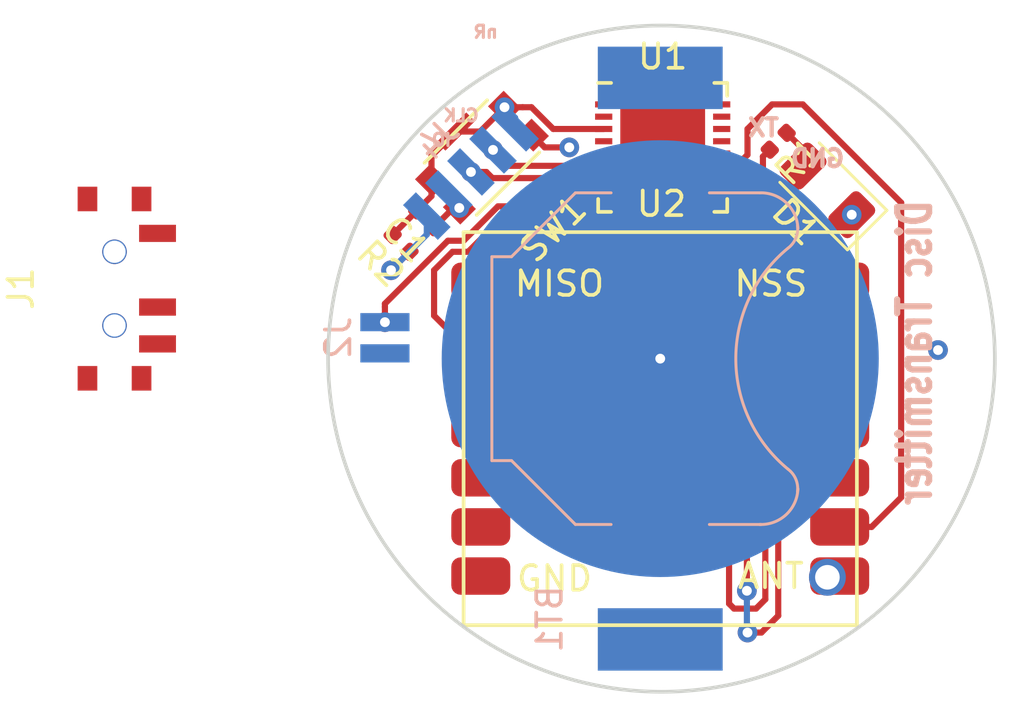
<source format=kicad_pcb>
(kicad_pcb (version 20171130) (host pcbnew "(5.0.2)-1")

  (general
    (thickness 1.6)
    (drawings 7)
    (tracks 101)
    (zones 0)
    (modules 11)
    (nets 42)
  )

  (page A4)
  (layers
    (0 F.Cu signal)
    (31 B.Cu signal)
    (32 B.Adhes user)
    (33 F.Adhes user)
    (34 B.Paste user)
    (35 F.Paste user)
    (36 B.SilkS user)
    (37 F.SilkS user)
    (38 B.Mask user)
    (39 F.Mask user)
    (40 Dwgs.User user)
    (41 Cmts.User user)
    (42 Eco1.User user)
    (43 Eco2.User user)
    (44 Edge.Cuts user)
    (45 Margin user)
    (46 B.CrtYd user hide)
    (47 F.CrtYd user hide)
    (48 B.Fab user hide)
    (49 F.Fab user hide)
  )

  (setup
    (last_trace_width 0.25)
    (trace_clearance 0.2)
    (zone_clearance 0.4)
    (zone_45_only no)
    (trace_min 0.2)
    (segment_width 0.2)
    (edge_width 0.15)
    (via_size 0.8)
    (via_drill 0.4)
    (via_min_size 0.4)
    (via_min_drill 0.3)
    (uvia_size 0.3)
    (uvia_drill 0.1)
    (uvias_allowed no)
    (uvia_min_size 0.2)
    (uvia_min_drill 0.1)
    (pcb_text_width 0.3)
    (pcb_text_size 1.5 1.5)
    (mod_edge_width 0.15)
    (mod_text_size 1 1)
    (mod_text_width 0.15)
    (pad_size 2.4 1.524)
    (pad_drill 0)
    (pad_to_mask_clearance 0.2)
    (solder_mask_min_width 0.25)
    (aux_axis_origin 0 0)
    (visible_elements 7FFFFFFF)
    (pcbplotparams
      (layerselection 0x010fc_ffffffff)
      (usegerberextensions false)
      (usegerberattributes false)
      (usegerberadvancedattributes false)
      (creategerberjobfile false)
      (excludeedgelayer true)
      (linewidth 0.100000)
      (plotframeref false)
      (viasonmask false)
      (mode 1)
      (useauxorigin false)
      (hpglpennumber 1)
      (hpglpenspeed 20)
      (hpglpendiameter 15.000000)
      (psnegative false)
      (psa4output false)
      (plotreference true)
      (plotvalue true)
      (plotinvisibletext false)
      (padsonsilk false)
      (subtractmaskfromsilk false)
      (outputformat 1)
      (mirror false)
      (drillshape 1)
      (scaleselection 1)
      (outputdirectory ""))
  )

  (net 0 "")
  (net 1 GND)
  (net 2 +3V3)
  (net 3 SWDIO)
  (net 4 SWDCLK)
  (net 5 nRESET)
  (net 6 "Net-(U1-Pad1)")
  (net 7 "Net-(U1-Pad2)")
  (net 8 "Net-(U1-Pad4)")
  (net 9 "Net-(U1-Pad5)")
  (net 10 "Net-(U1-Pad8)")
  (net 11 TX)
  (net 12 LED)
  (net 13 DIO0)
  (net 14 MOSI)
  (net 15 MISO)
  (net 16 SCK)
  (net 17 NSS)
  (net 18 "Net-(U1-Pad17)")
  (net 19 "Net-(U1-Pad18)")
  (net 20 "Net-(U1-Pad20)")
  (net 21 "Net-(U1-Pad21)")
  (net 22 "Net-(U1-Pad22)")
  (net 23 "Net-(U1-Pad23)")
  (net 24 "Net-(U1-Pad24)")
  (net 25 "Net-(U1-Pad25)")
  (net 26 "Net-(U1-Pad26)")
  (net 27 "Net-(U1-Pad27)")
  (net 28 "Net-(U1-Pad28)")
  (net 29 "Net-(U1-Pad29)")
  (net 30 "Net-(U1-Pad30)")
  (net 31 "Net-(U1-Pad31)")
  (net 32 "Net-(U1-Pad32)")
  (net 33 "Net-(U2-Pad11)")
  (net 34 "Net-(U2-Pad9)")
  (net 35 "Net-(U2-Pad12)")
  (net 36 "Net-(D1-Pad2)")
  (net 37 "Net-(U2-Pad1)")
  (net 38 "Net-(U2-Pad4)")
  (net 39 "Net-(U2-Pad10)")
  (net 40 "Net-(U1-Pad10)")
  (net 41 "Net-(BT1-Pad1)")

  (net_class Default "This is the default net class."
    (clearance 0.2)
    (trace_width 0.25)
    (via_dia 0.8)
    (via_drill 0.4)
    (uvia_dia 0.3)
    (uvia_drill 0.1)
    (add_net +3V3)
    (add_net DIO0)
    (add_net GND)
    (add_net LED)
    (add_net MISO)
    (add_net MOSI)
    (add_net NSS)
    (add_net "Net-(BT1-Pad1)")
    (add_net "Net-(D1-Pad2)")
    (add_net "Net-(U1-Pad1)")
    (add_net "Net-(U1-Pad10)")
    (add_net "Net-(U1-Pad17)")
    (add_net "Net-(U1-Pad18)")
    (add_net "Net-(U1-Pad2)")
    (add_net "Net-(U1-Pad20)")
    (add_net "Net-(U1-Pad21)")
    (add_net "Net-(U1-Pad22)")
    (add_net "Net-(U1-Pad23)")
    (add_net "Net-(U1-Pad24)")
    (add_net "Net-(U1-Pad25)")
    (add_net "Net-(U1-Pad26)")
    (add_net "Net-(U1-Pad27)")
    (add_net "Net-(U1-Pad28)")
    (add_net "Net-(U1-Pad29)")
    (add_net "Net-(U1-Pad30)")
    (add_net "Net-(U1-Pad31)")
    (add_net "Net-(U1-Pad32)")
    (add_net "Net-(U1-Pad4)")
    (add_net "Net-(U1-Pad5)")
    (add_net "Net-(U1-Pad8)")
    (add_net "Net-(U2-Pad1)")
    (add_net "Net-(U2-Pad10)")
    (add_net "Net-(U2-Pad11)")
    (add_net "Net-(U2-Pad12)")
    (add_net "Net-(U2-Pad4)")
    (add_net "Net-(U2-Pad9)")
    (add_net SCK)
    (add_net SWDCLK)
    (add_net SWDIO)
    (add_net TX)
    (add_net nRESET)
  )

  (module Package_DFN_QFN:QFN-32-1EP_5x5mm_P0.5mm_EP3.45x3.45mm (layer F.Cu) (tedit 5A651CE1) (tstamp 5C188715)
    (at 163.3 69)
    (descr "UH Package; 32-Lead Plastic QFN (5mm x 5mm); (see Linear Technology QFN_32_05-08-1693.pdf)")
    (tags "QFN 0.5")
    (path /5BC26182)
    (solder_mask_margin 0.1)
    (clearance 0.1)
    (attr smd)
    (fp_text reference U1 (at 0 -3.695) (layer F.SilkS)
      (effects (font (size 1 1) (thickness 0.15)))
    )
    (fp_text value LPC824M201JHI33 (at 0 3.75) (layer F.Fab)
      (effects (font (size 1 1) (thickness 0.15)))
    )
    (fp_text user %R (at 0 0) (layer F.Fab)
      (effects (font (size 1 1) (thickness 0.15)))
    )
    (fp_line (start -1.5 -2.5) (end 2.5 -2.5) (layer F.Fab) (width 0.15))
    (fp_line (start 2.5 -2.5) (end 2.5 2.5) (layer F.Fab) (width 0.15))
    (fp_line (start 2.5 2.5) (end -2.5 2.5) (layer F.Fab) (width 0.15))
    (fp_line (start -2.5 2.5) (end -2.5 -1.5) (layer F.Fab) (width 0.15))
    (fp_line (start -2.5 -1.5) (end -1.5 -2.5) (layer F.Fab) (width 0.15))
    (fp_line (start -3 -3) (end -3 3) (layer F.CrtYd) (width 0.05))
    (fp_line (start 3 -3) (end 3 3) (layer F.CrtYd) (width 0.05))
    (fp_line (start -3 -3) (end 3 -3) (layer F.CrtYd) (width 0.05))
    (fp_line (start -3 3) (end 3 3) (layer F.CrtYd) (width 0.05))
    (fp_line (start 2.625 -2.625) (end 2.625 -2.1) (layer F.SilkS) (width 0.15))
    (fp_line (start -2.625 2.625) (end -2.625 2.1) (layer F.SilkS) (width 0.15))
    (fp_line (start 2.625 2.625) (end 2.625 2.1) (layer F.SilkS) (width 0.15))
    (fp_line (start -2.625 -2.625) (end -2.1 -2.625) (layer F.SilkS) (width 0.15))
    (fp_line (start -2.625 2.625) (end -2.1 2.625) (layer F.SilkS) (width 0.15))
    (fp_line (start 2.625 2.625) (end 2.1 2.625) (layer F.SilkS) (width 0.15))
    (fp_line (start 2.625 -2.625) (end 2.1 -2.625) (layer F.SilkS) (width 0.15))
    (pad 1 smd rect (at -2.4 -1.75) (size 0.7 0.25) (layers F.Cu F.Paste F.Mask)
      (net 6 "Net-(U1-Pad1)"))
    (pad 2 smd rect (at -2.4 -1.25) (size 0.7 0.25) (layers F.Cu F.Paste F.Mask)
      (net 7 "Net-(U1-Pad2)"))
    (pad 3 smd rect (at -2.4 -0.75) (size 0.7 0.25) (layers F.Cu F.Paste F.Mask)
      (net 5 nRESET))
    (pad 4 smd rect (at -2.4 -0.25) (size 0.7 0.25) (layers F.Cu F.Paste F.Mask)
      (net 8 "Net-(U1-Pad4)"))
    (pad 5 smd rect (at -2.4 0.25) (size 0.7 0.25) (layers F.Cu F.Paste F.Mask)
      (net 9 "Net-(U1-Pad5)"))
    (pad 6 smd rect (at -2.4 0.75) (size 0.7 0.25) (layers F.Cu F.Paste F.Mask)
      (net 4 SWDCLK))
    (pad 7 smd rect (at -2.4 1.25) (size 0.7 0.25) (layers F.Cu F.Paste F.Mask)
      (net 3 SWDIO))
    (pad 8 smd rect (at -2.4 1.75) (size 0.7 0.25) (layers F.Cu F.Paste F.Mask)
      (net 10 "Net-(U1-Pad8)"))
    (pad 9 smd rect (at -1.75 2.4 90) (size 0.7 0.25) (layers F.Cu F.Paste F.Mask)
      (net 11 TX))
    (pad 10 smd rect (at -1.25 2.4 90) (size 0.7 0.25) (layers F.Cu F.Paste F.Mask)
      (net 40 "Net-(U1-Pad10)"))
    (pad 11 smd rect (at -0.75 2.4 90) (size 0.7 0.25) (layers F.Cu F.Paste F.Mask)
      (net 13 DIO0))
    (pad 12 smd rect (at -0.25 2.4 90) (size 0.7 0.25) (layers F.Cu F.Paste F.Mask)
      (net 14 MOSI))
    (pad 13 smd rect (at 0.25 2.4 90) (size 0.7 0.25) (layers F.Cu F.Paste F.Mask)
      (net 15 MISO))
    (pad 14 smd rect (at 0.75 2.4 90) (size 0.7 0.25) (layers F.Cu F.Paste F.Mask)
      (net 16 SCK))
    (pad 15 smd rect (at 1.25 2.4 90) (size 0.7 0.25) (layers F.Cu F.Paste F.Mask)
      (net 17 NSS))
    (pad 16 smd rect (at 1.75 2.4 90) (size 0.7 0.25) (layers F.Cu F.Paste F.Mask)
      (net 12 LED))
    (pad 17 smd rect (at 2.4 1.75) (size 0.7 0.25) (layers F.Cu F.Paste F.Mask)
      (net 18 "Net-(U1-Pad17)"))
    (pad 18 smd rect (at 2.4 1.25) (size 0.7 0.25) (layers F.Cu F.Paste F.Mask)
      (net 19 "Net-(U1-Pad18)"))
    (pad 19 smd rect (at 2.4 0.75) (size 0.7 0.25) (layers F.Cu F.Paste F.Mask)
      (net 2 +3V3))
    (pad 20 smd rect (at 2.4 0.25) (size 0.7 0.25) (layers F.Cu F.Paste F.Mask)
      (net 20 "Net-(U1-Pad20)"))
    (pad 21 smd rect (at 2.4 -0.25) (size 0.7 0.25) (layers F.Cu F.Paste F.Mask)
      (net 21 "Net-(U1-Pad21)"))
    (pad 22 smd rect (at 2.4 -0.75) (size 0.7 0.25) (layers F.Cu F.Paste F.Mask)
      (net 22 "Net-(U1-Pad22)"))
    (pad 23 smd rect (at 2.4 -1.25) (size 0.7 0.25) (layers F.Cu F.Paste F.Mask)
      (net 23 "Net-(U1-Pad23)"))
    (pad 24 smd rect (at 2.4 -1.75) (size 0.7 0.25) (layers F.Cu F.Paste F.Mask)
      (net 24 "Net-(U1-Pad24)"))
    (pad 25 smd rect (at 1.75 -2.4 90) (size 0.7 0.25) (layers F.Cu F.Paste F.Mask)
      (net 25 "Net-(U1-Pad25)"))
    (pad 26 smd rect (at 1.25 -2.4 90) (size 0.7 0.25) (layers F.Cu F.Paste F.Mask)
      (net 26 "Net-(U1-Pad26)"))
    (pad 27 smd rect (at 0.75 -2.4 90) (size 0.7 0.25) (layers F.Cu F.Paste F.Mask)
      (net 27 "Net-(U1-Pad27)"))
    (pad 28 smd rect (at 0.25 -2.4 90) (size 0.7 0.25) (layers F.Cu F.Paste F.Mask)
      (net 28 "Net-(U1-Pad28)"))
    (pad 29 smd rect (at -0.25 -2.4 90) (size 0.7 0.25) (layers F.Cu F.Paste F.Mask)
      (net 29 "Net-(U1-Pad29)"))
    (pad 30 smd rect (at -0.75 -2.4 90) (size 0.7 0.25) (layers F.Cu F.Paste F.Mask)
      (net 30 "Net-(U1-Pad30)"))
    (pad 31 smd rect (at -1.25 -2.4 90) (size 0.7 0.25) (layers F.Cu F.Paste F.Mask)
      (net 31 "Net-(U1-Pad31)"))
    (pad 32 smd rect (at -1.75 -2.4 90) (size 0.7 0.25) (layers F.Cu F.Paste F.Mask)
      (net 32 "Net-(U1-Pad32)"))
    (pad "" smd rect (at 1.15 1.15) (size 0.92 0.92) (layers F.Paste))
    (pad 33 smd rect (at 0 0) (size 3.45 3.45) (layers F.Cu F.Mask)
      (net 1 GND))
    (pad "" smd rect (at 0 1.15) (size 0.92 0.92) (layers F.Paste))
    (pad "" smd rect (at -1.15 1.15) (size 0.92 0.92) (layers F.Paste))
    (pad "" smd rect (at -1.15 0) (size 0.92 0.92) (layers F.Paste))
    (pad "" smd rect (at 0 0) (size 0.92 0.92) (layers F.Paste))
    (pad "" smd rect (at 1.15 0) (size 0.92 0.92) (layers F.Paste))
    (pad "" smd rect (at -1.15 -1.15) (size 0.92 0.92) (layers F.Paste))
    (pad "" smd rect (at 0 -1.15) (size 0.92 0.92) (layers F.Paste))
    (pad "" smd rect (at 1.15 -1.15) (size 0.92 0.92) (layers F.Paste))
    (model ${KISYS3DMOD}/Package_DFN_QFN.3dshapes/QFN-32-1EP_5x5mm_P0.5mm_EP3.45x3.45mm.wrl
      (at (xyz 0 0 0))
      (scale (xyz 1 1 1))
      (rotate (xyz 0 0 0))
    )
  )

  (module Resistor_SMD:R_0402_1005Metric (layer F.Cu) (tedit 5B301BBD) (tstamp 5C2FA818)
    (at 168 68.75 225)
    (descr "Resistor SMD 0402 (1005 Metric), square (rectangular) end terminal, IPC_7351 nominal, (Body size source: http://www.tortai-tech.com/upload/download/2011102023233369053.pdf), generated with kicad-footprint-generator")
    (tags resistor)
    (path /5BDB3382)
    (attr smd)
    (fp_text reference R1 (at 0 -1.17 225) (layer F.SilkS)
      (effects (font (size 1 1) (thickness 0.15)))
    )
    (fp_text value R_Small (at 0 1.17 225) (layer F.Fab)
      (effects (font (size 1 1) (thickness 0.15)))
    )
    (fp_line (start -0.5 0.25) (end -0.5 -0.25) (layer F.Fab) (width 0.1))
    (fp_line (start -0.5 -0.25) (end 0.5 -0.25) (layer F.Fab) (width 0.1))
    (fp_line (start 0.5 -0.25) (end 0.5 0.25) (layer F.Fab) (width 0.1))
    (fp_line (start 0.5 0.25) (end -0.5 0.25) (layer F.Fab) (width 0.1))
    (fp_line (start -0.93 0.47) (end -0.93 -0.47) (layer F.CrtYd) (width 0.05))
    (fp_line (start -0.93 -0.47) (end 0.93 -0.47) (layer F.CrtYd) (width 0.05))
    (fp_line (start 0.93 -0.47) (end 0.93 0.47) (layer F.CrtYd) (width 0.05))
    (fp_line (start 0.93 0.47) (end -0.93 0.47) (layer F.CrtYd) (width 0.05))
    (fp_text user %R (at 0 0 225) (layer F.Fab)
      (effects (font (size 0.25 0.25) (thickness 0.04)))
    )
    (pad 1 smd roundrect (at -0.485 0 225) (size 0.59 0.64) (layers F.Cu F.Paste F.Mask) (roundrect_rratio 0.25)
      (net 36 "Net-(D1-Pad2)"))
    (pad 2 smd roundrect (at 0.485 0 225) (size 0.59 0.64) (layers F.Cu F.Paste F.Mask) (roundrect_rratio 0.25)
      (net 12 LED))
    (model ${KISYS3DMOD}/Resistor_SMD.3dshapes/R_0402_1005Metric.wrl
      (at (xyz 0 0 0))
      (scale (xyz 1 1 1))
      (rotate (xyz 0 0 0))
    )
  )

  (module my_foot_prints:PRT-11892 (layer B.Cu) (tedit 5BBE32CD) (tstamp 5C185475)
    (at 163.2 77.6 270)
    (descr http://www.keyelco.com/product-pdf.cfm?p=777)
    (tags "Keystone type 3000 coin cell retainer")
    (path /5BDB3AA6)
    (attr smd)
    (fp_text reference BT1 (at 10.6 4.5 270) (layer B.SilkS)
      (effects (font (size 1 1) (thickness 0.15)) (justify mirror))
    )
    (fp_text value Battery_Cell (at 0 -8.6 270) (layer B.Fab)
      (effects (font (size 1 1) (thickness 0.15)) (justify mirror))
    )
    (fp_line (start -4 6.7) (end 4 6.7) (layer B.Fab) (width 0.1))
    (fp_line (start -4 6.7) (end -4 6) (layer B.Fab) (width 0.1))
    (fp_line (start 4 6.7) (end 4 6) (layer B.Fab) (width 0.1))
    (fp_line (start -4 6) (end -6.6 3.4) (layer B.Fab) (width 0.1))
    (fp_line (start 4 6) (end 6.6 3.4) (layer B.Fab) (width 0.1))
    (fp_line (start -6.6 3.4) (end -6.6 -4.1) (layer B.Fab) (width 0.1))
    (fp_line (start 6.6 3.4) (end 6.6 -4.1) (layer B.Fab) (width 0.1))
    (fp_arc (start -5.25 -4.1) (end -5.3 -5.45) (angle -90) (layer B.Fab) (width 0.1))
    (fp_line (start 6.75 3.45) (end 6.75 2) (layer B.SilkS) (width 0.12))
    (fp_line (start 4.15 6.05) (end 6.75 3.45) (layer B.SilkS) (width 0.12))
    (fp_line (start 4.15 6.85) (end 4.15 6.05) (layer B.SilkS) (width 0.12))
    (fp_line (start -4.15 6.85) (end 4.15 6.85) (layer B.SilkS) (width 0.12))
    (fp_line (start -4.15 6.05) (end -4.15 6.85) (layer B.SilkS) (width 0.12))
    (fp_line (start -6.75 3.45) (end -4.15 6.05) (layer B.SilkS) (width 0.12))
    (fp_line (start -6.75 2) (end -6.75 3.45) (layer B.SilkS) (width 0.12))
    (fp_line (start -7.25 2.15) (end -7.25 3.8) (layer B.CrtYd) (width 0.05))
    (fp_line (start -7.25 3.8) (end -4.65 6.4) (layer B.CrtYd) (width 0.05))
    (fp_line (start -4.65 6.4) (end -4.65 7.35) (layer B.CrtYd) (width 0.05))
    (fp_line (start -4.65 7.35) (end 4.65 7.35) (layer B.CrtYd) (width 0.05))
    (fp_line (start 4.65 6.4) (end 4.65 7.35) (layer B.CrtYd) (width 0.05))
    (fp_line (start 7.25 3.8) (end 4.65 6.4) (layer B.CrtYd) (width 0.05))
    (fp_line (start 7.25 2.15) (end 7.25 3.8) (layer B.CrtYd) (width 0.05))
    (fp_arc (start 5.25 -4.1) (end 5.3 -5.45) (angle 90) (layer B.Fab) (width 0.1))
    (fp_line (start -6.75 -2) (end -6.75 -4.1) (layer B.SilkS) (width 0.12))
    (fp_line (start 6.75 -2) (end 6.75 -4.1) (layer B.SilkS) (width 0.12))
    (fp_line (start 7.25 -2.15) (end 7.25 -4.1) (layer B.CrtYd) (width 0.05))
    (fp_line (start -7.25 -2.15) (end -7.25 -4.1) (layer B.CrtYd) (width 0.05))
    (fp_arc (start -5.25 -4.1) (end -5.3 -5.6) (angle -90) (layer B.SilkS) (width 0.12))
    (fp_arc (start 5.25 -4.1) (end 5.3 -5.6) (angle 90) (layer B.SilkS) (width 0.12))
    (fp_arc (start -5.25 -4.1) (end -5.3 -6.1) (angle -90) (layer B.CrtYd) (width 0.05))
    (fp_arc (start 0 -8.9) (end -4.6 -5.1) (angle -101) (layer B.Fab) (width 0.1))
    (fp_arc (start -5.29 -4.6) (end -4.6 -5.1) (angle -60) (layer B.Fab) (width 0.1))
    (fp_arc (start 5.29 -4.6) (end 4.6 -5.1) (angle 60) (layer B.Fab) (width 0.1))
    (fp_arc (start 0 -8.9) (end -4.5 -5.2) (angle -101) (layer B.SilkS) (width 0.12))
    (fp_arc (start -5.29 -4.6) (end -4.5 -5.2) (angle -60) (layer B.SilkS) (width 0.12))
    (fp_arc (start 5.29 -4.6) (end 4.5 -5.2) (angle 60) (layer B.SilkS) (width 0.12))
    (fp_circle (center 0 0) (end 0 -6.25) (layer Dwgs.User) (width 0.15))
    (fp_arc (start -5.29 -4.6) (end -4.22 -5.65) (angle -54.1) (layer B.CrtYd) (width 0.05))
    (fp_arc (start 5.29 -4.6) (end 4.22 -5.65) (angle 54.1) (layer B.CrtYd) (width 0.05))
    (fp_arc (start 5.25 -4.1) (end 5.3 -6.1) (angle 90) (layer B.CrtYd) (width 0.05))
    (fp_arc (start 0 0) (end 0 -6.75) (angle 36.6) (layer B.CrtYd) (width 0.05))
    (fp_arc (start 0.11 -9.15) (end -4.22 -5.65) (angle -3.1) (layer B.CrtYd) (width 0.05))
    (fp_arc (start 0.11 -9.15) (end 4.22 -5.65) (angle 3.1) (layer B.CrtYd) (width 0.05))
    (fp_arc (start 0 0) (end 0 -6.75) (angle -36.6) (layer B.CrtYd) (width 0.05))
    (pad 2 smd circle (at 0 0 270) (size 17.78 17.78) (layers B.Cu B.Mask)
      (net 1 GND))
    (pad 1 smd rect (at -11.43 0 270) (size 2.54 5.08) (layers B.Cu B.Paste B.Mask)
      (net 41 "Net-(BT1-Pad1)"))
    (pad 1 smd rect (at 11.43 0 270) (size 2.54 5.08) (layers B.Cu B.Paste B.Mask)
      (net 41 "Net-(BT1-Pad1)"))
    (model Battery_Holders.3dshapes/Keystone_3000_1x12mm-CoinCell.wrl
      (at (xyz 0 0 0))
      (scale (xyz 1 1 1))
      (rotate (xyz 0 0 0))
    )
  )

  (module LED_SMD:LED_1206_3216Metric (layer F.Cu) (tedit 5B301BBE) (tstamp 5C18610F)
    (at 170 70.75 135)
    (descr "LED SMD 1206 (3216 Metric), square (rectangular) end terminal, IPC_7351 nominal, (Body size source: http://www.tortai-tech.com/upload/download/2011102023233369053.pdf), generated with kicad-footprint-generator")
    (tags diode)
    (path /5BDB30E9)
    (attr smd)
    (fp_text reference D1 (at 0 -1.82 135) (layer F.SilkS)
      (effects (font (size 1 1) (thickness 0.15)))
    )
    (fp_text value LED (at 0 1.82 135) (layer F.Fab)
      (effects (font (size 1 1) (thickness 0.15)))
    )
    (fp_line (start 1.6 -0.8) (end -1.2 -0.8) (layer F.Fab) (width 0.1))
    (fp_line (start -1.2 -0.8) (end -1.6 -0.4) (layer F.Fab) (width 0.1))
    (fp_line (start -1.6 -0.4) (end -1.6 0.8) (layer F.Fab) (width 0.1))
    (fp_line (start -1.6 0.8) (end 1.6 0.8) (layer F.Fab) (width 0.1))
    (fp_line (start 1.6 0.8) (end 1.6 -0.8) (layer F.Fab) (width 0.1))
    (fp_line (start 1.6 -1.135) (end -2.285 -1.135) (layer F.SilkS) (width 0.12))
    (fp_line (start -2.285 -1.135) (end -2.285 1.135) (layer F.SilkS) (width 0.12))
    (fp_line (start -2.285 1.135) (end 1.6 1.135) (layer F.SilkS) (width 0.12))
    (fp_line (start -2.28 1.12) (end -2.28 -1.12) (layer F.CrtYd) (width 0.05))
    (fp_line (start -2.28 -1.12) (end 2.28 -1.12) (layer F.CrtYd) (width 0.05))
    (fp_line (start 2.28 -1.12) (end 2.28 1.12) (layer F.CrtYd) (width 0.05))
    (fp_line (start 2.28 1.12) (end -2.28 1.12) (layer F.CrtYd) (width 0.05))
    (fp_text user %R (at 0 0 135) (layer F.Fab)
      (effects (font (size 0.8 0.8) (thickness 0.12)))
    )
    (pad 1 smd roundrect (at -1.4 0 135) (size 1.25 1.75) (layers F.Cu F.Paste F.Mask) (roundrect_rratio 0.2)
      (net 1 GND))
    (pad 2 smd roundrect (at 1.4 0 135) (size 1.25 1.75) (layers F.Cu F.Paste F.Mask) (roundrect_rratio 0.2)
      (net 36 "Net-(D1-Pad2)"))
    (model ${KISYS3DMOD}/LED_SMD.3dshapes/LED_1206_3216Metric.wrl
      (at (xyz 0 0 0))
      (scale (xyz 1 1 1))
      (rotate (xyz 0 0 0))
    )
  )

  (module my_foot_prints:RFM96HCW (layer F.Cu) (tedit 5C15535B) (tstamp 5C2E8866)
    (at 163.2 80.45)
    (path /5C15B19A)
    (fp_text reference U2 (at 0.05 -9.15) (layer F.SilkS)
      (effects (font (size 1 1) (thickness 0.15)))
    )
    (fp_text value RFM69HCW (at -0.1 -7) (layer F.Fab)
      (effects (font (size 1 1) (thickness 0.15)))
    )
    (fp_line (start -8 -8) (end 8 -8) (layer F.SilkS) (width 0.15))
    (fp_line (start 8 -8) (end 8 8) (layer F.SilkS) (width 0.15))
    (fp_line (start 8 8) (end -8 8) (layer F.SilkS) (width 0.15))
    (fp_line (start -8 8) (end -8 -8) (layer F.SilkS) (width 0.15))
    (fp_text user MISO (at -4.1 -5.9) (layer F.SilkS)
      (effects (font (size 1 1) (thickness 0.15)))
    )
    (fp_text user GND (at -4.3 6.1) (layer F.SilkS)
      (effects (font (size 1 1) (thickness 0.15)))
    )
    (fp_text user ANT (at 4.5 6) (layer F.SilkS)
      (effects (font (size 1 1) (thickness 0.15)))
    )
    (fp_text user NSS (at 4.5 -5.9) (layer F.SilkS)
      (effects (font (size 1 1) (thickness 0.15)))
    )
    (pad 1 smd roundrect (at 7.3 6) (size 2.4 1.524) (layers F.Cu F.Paste F.Mask) (roundrect_rratio 0.25)
      (net 37 "Net-(U2-Pad1)"))
    (pad 2 smd roundrect (at 7.3 4) (size 2.4 1.524) (layers F.Cu F.Paste F.Mask) (roundrect_rratio 0.25)
      (net 2 +3V3))
    (pad 3 smd roundrect (at 7.3 2) (size 2.4 1.524) (layers F.Cu F.Paste F.Mask) (roundrect_rratio 0.25)
      (net 1 GND))
    (pad 4 smd roundrect (at 7.3 0) (size 2.4 1.524) (layers F.Cu F.Paste F.Mask) (roundrect_rratio 0.25)
      (net 38 "Net-(U2-Pad4)"))
    (pad 5 smd roundrect (at 7.3 -2) (size 2.4 1.524) (layers F.Cu F.Paste F.Mask) (roundrect_rratio 0.25)
      (net 14 MOSI))
    (pad 6 smd roundrect (at 7.3 -4) (size 2.4 1.524) (layers F.Cu F.Paste F.Mask) (roundrect_rratio 0.25)
      (net 16 SCK))
    (pad 7 smd roundrect (at 7.3 -6) (size 2.4 1.524) (layers F.Cu F.Paste F.Mask) (roundrect_rratio 0.25)
      (net 17 NSS))
    (pad 14 smd roundrect (at -7.3 -6) (size 2.4 1.524) (layers F.Cu F.Paste F.Mask) (roundrect_rratio 0.25)
      (net 15 MISO))
    (pad 11 smd roundrect (at -7.3 0) (size 2.4 1.524) (layers F.Cu F.Paste F.Mask) (roundrect_rratio 0.25)
      (net 33 "Net-(U2-Pad11)"))
    (pad 9 smd roundrect (at -7.3 4) (size 2.4 1.524) (layers F.Cu F.Paste F.Mask) (roundrect_rratio 0.25)
      (net 34 "Net-(U2-Pad9)"))
    (pad 12 smd roundrect (at -7.3 -2) (size 2.4 1.524) (layers F.Cu F.Paste F.Mask) (roundrect_rratio 0.25)
      (net 35 "Net-(U2-Pad12)"))
    (pad 13 smd roundrect (at -7.3 -4) (size 2.4 1.524) (layers F.Cu F.Paste F.Mask) (roundrect_rratio 0.25)
      (net 13 DIO0))
    (pad 10 smd roundrect (at -7.3 2) (size 2.4 1.524) (layers F.Cu F.Paste F.Mask) (roundrect_rratio 0.25)
      (net 39 "Net-(U2-Pad10)"))
    (pad 8 smd roundrect (at -7.3 6) (size 2.4 1.524) (layers F.Cu F.Paste F.Mask) (roundrect_rratio 0.25)
      (net 1 GND))
    (pad 1 thru_hole circle (at 6.8 6.05) (size 1.5 1.5) (drill 1) (layers *.Cu *.Mask)
      (net 37 "Net-(U2-Pad1)"))
  )

  (module Capacitor_SMD:C_0402_1005Metric (layer F.Cu) (tedit 5B301BBE) (tstamp 5C33D307)
    (at 153.657053 71.907053 135)
    (descr "Capacitor SMD 0402 (1005 Metric), square (rectangular) end terminal, IPC_7351 nominal, (Body size source: http://www.tortai-tech.com/upload/download/2011102023233369053.pdf), generated with kicad-footprint-generator")
    (tags capacitor)
    (path /5C23EB2A)
    (attr smd)
    (fp_text reference C1 (at 0 -1.17 135) (layer F.SilkS)
      (effects (font (size 1 1) (thickness 0.15)))
    )
    (fp_text value 0.1uF (at 0 1.17 135) (layer F.Fab)
      (effects (font (size 1 1) (thickness 0.15)))
    )
    (fp_line (start -0.5 0.25) (end -0.5 -0.25) (layer F.Fab) (width 0.1))
    (fp_line (start -0.5 -0.25) (end 0.5 -0.25) (layer F.Fab) (width 0.1))
    (fp_line (start 0.5 -0.25) (end 0.5 0.25) (layer F.Fab) (width 0.1))
    (fp_line (start 0.5 0.25) (end -0.5 0.25) (layer F.Fab) (width 0.1))
    (fp_line (start -0.93 0.47) (end -0.93 -0.47) (layer F.CrtYd) (width 0.05))
    (fp_line (start -0.93 -0.47) (end 0.93 -0.47) (layer F.CrtYd) (width 0.05))
    (fp_line (start 0.93 -0.47) (end 0.93 0.47) (layer F.CrtYd) (width 0.05))
    (fp_line (start 0.93 0.47) (end -0.93 0.47) (layer F.CrtYd) (width 0.05))
    (fp_text user %R (at 0 0 135) (layer F.Fab)
      (effects (font (size 0.25 0.25) (thickness 0.04)))
    )
    (pad 1 smd roundrect (at -0.485 0 135) (size 0.59 0.64) (layers F.Cu F.Paste F.Mask) (roundrect_rratio 0.25)
      (net 1 GND))
    (pad 2 smd roundrect (at 0.485 0 135) (size 0.59 0.64) (layers F.Cu F.Paste F.Mask) (roundrect_rratio 0.25)
      (net 5 nRESET))
    (model ${KISYS3DMOD}/Capacitor_SMD.3dshapes/C_0402_1005Metric.wrl
      (at (xyz 0 0 0))
      (scale (xyz 1 1 1))
      (rotate (xyz 0 0 0))
    )
  )

  (module my_foot_prints:SWD_5_Pin_Minimized_SurfaceMount (layer B.Cu) (tedit 5C23D6A7) (tstamp 5C33D31F)
    (at 155.5 70 315)
    (descr "surface-mounted straight pin header, 2x05, 1.27mm pitch, double rows")
    (tags "Surface mounted pin header SMD 2x05 1.27mm double row")
    (path /5C23D507)
    (attr smd)
    (fp_text reference J4 (at -1.9 0 225) (layer B.SilkS)
      (effects (font (size 1 1) (thickness 0.15)) (justify mirror))
    )
    (fp_text value Conn_01x05_Male (at 2.300001 0 225) (layer B.Fab)
      (effects (font (size 1 1) (thickness 0.15)) (justify mirror))
    )
    (fp_line (start 0.245 2.74) (end -0.8 2.74) (layer B.Fab) (width 0.1))
    (fp_line (start -0.8 2.74) (end -0.8 2.34) (layer B.Fab) (width 0.1))
    (fp_line (start -0.8 2.34) (end 0.245 2.34) (layer B.Fab) (width 0.1))
    (fp_line (start 0.245 1.47) (end -0.8 1.47) (layer B.Fab) (width 0.1))
    (fp_line (start -0.8 1.47) (end -0.8 1.07) (layer B.Fab) (width 0.1))
    (fp_line (start -0.8 1.07) (end 0.245 1.07) (layer B.Fab) (width 0.1))
    (fp_line (start 0.245 0.2) (end -0.8 0.2) (layer B.Fab) (width 0.1))
    (fp_line (start -0.8 0.2) (end -0.8 -0.2) (layer B.Fab) (width 0.1))
    (fp_line (start -0.8 -0.2) (end 0.245 -0.2) (layer B.Fab) (width 0.1))
    (fp_line (start 0.245 -1.07) (end -0.8 -1.07) (layer B.Fab) (width 0.1))
    (fp_line (start -0.8 -1.07) (end -0.8 -1.47) (layer B.Fab) (width 0.1))
    (fp_line (start -0.8 -1.47) (end 0.245 -1.47) (layer B.Fab) (width 0.1))
    (fp_line (start 0.245 -2.34) (end -0.8 -2.34) (layer B.Fab) (width 0.1))
    (fp_line (start -0.8 -2.34) (end -0.8 -2.74) (layer B.Fab) (width 0.1))
    (fp_line (start -0.8 -2.74) (end 0.245 -2.74) (layer B.Fab) (width 0.1))
    (pad 1 smd rect (at 0 2.54 315) (size 2 0.74) (layers B.Cu B.Paste B.Mask)
      (net 2 +3V3))
    (pad 2 smd rect (at 0 1.27 315) (size 2 0.74) (layers B.Cu B.Paste B.Mask)
      (net 1 GND))
    (pad 3 smd rect (at 0 0 315) (size 2 0.74) (layers B.Cu B.Paste B.Mask)
      (net 3 SWDIO))
    (pad 4 smd rect (at 0 -1.27 315) (size 2 0.74) (layers B.Cu B.Paste B.Mask)
      (net 4 SWDCLK))
    (pad 5 smd rect (at 0 -2.54 315) (size 2 0.74) (layers B.Cu B.Paste B.Mask)
      (net 5 nRESET))
    (model ${KISYS3DMOD}/Pin_Headers.3dshapes/Pin_Header_Straight_2x05_Pitch1.27mm_SMD.wrl
      (at (xyz 0 0 0))
      (scale (xyz 1 1 1))
      (rotate (xyz 0 0 0))
    )
  )

  (module Resistor_SMD:R_0402_1005Metric (layer F.Cu) (tedit 5B301BBD) (tstamp 5C33D32E)
    (at 152.657053 72.907053 135)
    (descr "Resistor SMD 0402 (1005 Metric), square (rectangular) end terminal, IPC_7351 nominal, (Body size source: http://www.tortai-tech.com/upload/download/2011102023233369053.pdf), generated with kicad-footprint-generator")
    (tags resistor)
    (path /5C23E538)
    (attr smd)
    (fp_text reference R2 (at 0 -1.17 135) (layer F.SilkS)
      (effects (font (size 1 1) (thickness 0.15)))
    )
    (fp_text value 100Kohms (at 0 1.17 135) (layer F.Fab)
      (effects (font (size 1 1) (thickness 0.15)))
    )
    (fp_line (start -0.5 0.25) (end -0.5 -0.25) (layer F.Fab) (width 0.1))
    (fp_line (start -0.5 -0.25) (end 0.5 -0.25) (layer F.Fab) (width 0.1))
    (fp_line (start 0.5 -0.25) (end 0.5 0.25) (layer F.Fab) (width 0.1))
    (fp_line (start 0.5 0.25) (end -0.5 0.25) (layer F.Fab) (width 0.1))
    (fp_line (start -0.93 0.47) (end -0.93 -0.47) (layer F.CrtYd) (width 0.05))
    (fp_line (start -0.93 -0.47) (end 0.93 -0.47) (layer F.CrtYd) (width 0.05))
    (fp_line (start 0.93 -0.47) (end 0.93 0.47) (layer F.CrtYd) (width 0.05))
    (fp_line (start 0.93 0.47) (end -0.93 0.47) (layer F.CrtYd) (width 0.05))
    (fp_text user %R (at 0 0 135) (layer F.Fab)
      (effects (font (size 0.25 0.25) (thickness 0.04)))
    )
    (pad 1 smd roundrect (at -0.485 0 135) (size 0.59 0.64) (layers F.Cu F.Paste F.Mask) (roundrect_rratio 0.25)
      (net 2 +3V3))
    (pad 2 smd roundrect (at 0.485 0 135) (size 0.59 0.64) (layers F.Cu F.Paste F.Mask) (roundrect_rratio 0.25)
      (net 5 nRESET))
    (model ${KISYS3DMOD}/Resistor_SMD.3dshapes/R_0402_1005Metric.wrl
      (at (xyz 0 0 0))
      (scale (xyz 1 1 1))
      (rotate (xyz 0 0 0))
    )
  )

  (module my_foot_prints:KMR221GLFS (layer F.Cu) (tedit 5BC0043B) (tstamp 5C33D4CB)
    (at 155.945855 69.415703 225)
    (path /5C23E259)
    (fp_text reference SW1 (at 0.01 -4.11 225) (layer F.SilkS)
      (effects (font (size 1 1) (thickness 0.15)))
    )
    (fp_text value SW_Push (at 0 -2.61 225) (layer F.Fab)
      (effects (font (size 1 1) (thickness 0.15)))
    )
    (fp_line (start 2.1 -1.1) (end 2.1 1.1) (layer F.CrtYd) (width 0.15))
    (fp_line (start -2.1 -1.1) (end -2.1 1.1) (layer F.CrtYd) (width 0.15))
    (fp_line (start -1.8 -1.4) (end 1.8 -1.4) (layer F.CrtYd) (width 0.15))
    (fp_line (start -1.8 1.4) (end 1.8 1.4) (layer F.CrtYd) (width 0.15))
    (fp_line (start -1.8 -1.4) (end -2.1 -1.1) (layer F.CrtYd) (width 0.15))
    (fp_line (start 1.8 -1.4) (end 2.1 -1.1) (layer F.CrtYd) (width 0.15))
    (fp_line (start 1.8 1.4) (end 2.1 1.1) (layer F.CrtYd) (width 0.15))
    (fp_line (start -1.8 1.4) (end -2.1 1.1) (layer F.CrtYd) (width 0.15))
    (fp_line (start -0.85 -0.805) (end 0.85 -0.805) (layer F.CrtYd) (width 0.05))
    (fp_line (start -0.85 0.805) (end 0.85 0.805) (layer F.CrtYd) (width 0.05))
    (fp_line (start 0 -0.8) (end 0 -0.5) (layer F.CrtYd) (width 0.05))
    (fp_line (start 0 -0.5) (end 0.4 0.4) (layer F.CrtYd) (width 0.05))
    (fp_line (start 0 0.8) (end 0 0.5) (layer F.CrtYd) (width 0.05))
    (fp_circle (center 0.85 -0.8) (end 0.9 -0.8) (layer F.CrtYd) (width 0.05))
    (fp_circle (center 0 -0.5) (end 0.05 -0.5) (layer F.CrtYd) (width 0.05))
    (fp_circle (center -0.85 -0.8) (end -0.85 -0.85) (layer F.CrtYd) (width 0.05))
    (fp_circle (center 0 0.5) (end 0 0.45) (layer F.CrtYd) (width 0.05))
    (fp_circle (center -0.85 0.8) (end -0.85 0.75) (layer F.CrtYd) (width 0.05))
    (fp_circle (center 0.85 0.8) (end 0.85 0.75) (layer F.CrtYd) (width 0.05))
    (fp_line (start -1.8 -1.5) (end 1.8 -1.5) (layer F.SilkS) (width 0.15))
    (fp_line (start -1.8 1.5) (end 1.8 1.5) (layer F.SilkS) (width 0.15))
    (pad 1 smd rect (at -2.1 -0.805 225) (size 0.9 1) (layers F.Cu F.Paste F.Mask)
      (net 1 GND))
    (pad 2 smd rect (at -2.1 0.8 225) (size 0.9 1) (layers F.Cu F.Paste F.Mask)
      (net 5 nRESET))
    (pad 2 smd rect (at 2.1 0.8 225) (size 0.9 1) (layers F.Cu F.Paste F.Mask)
      (net 5 nRESET))
    (pad 1 smd rect (at 2.1 -0.805 225) (size 0.9 1) (layers F.Cu F.Paste F.Mask)
      (net 1 GND))
    (pad 2 smd rect (at 0 1.5 225) (size 1.7 0.5) (layers F.Cu F.Paste F.Mask)
      (net 5 nRESET))
  )

  (module my_foot_prints:2_pad_sufacemount (layer B.Cu) (tedit 5C2FA761) (tstamp 5C54F0C2)
    (at 152 76.75)
    (descr "surface-mounted straight pin header, 2x05, 1.27mm pitch, double rows")
    (tags "Surface mounted pin header SMD 2x05 1.27mm double row")
    (path /5BDB473F)
    (attr smd)
    (fp_text reference J2 (at -1.9 0 270) (layer B.SilkS)
      (effects (font (size 1 1) (thickness 0.15)) (justify mirror))
    )
    (fp_text value Conn_01x02_Male (at 2.3 0 270) (layer B.Fab)
      (effects (font (size 1 1) (thickness 0.15)) (justify mirror))
    )
    (fp_line (start 0.245 0.835) (end -0.8 0.835) (layer B.Fab) (width 0.1))
    (fp_line (start -0.8 0.835) (end -0.8 0.435) (layer B.Fab) (width 0.1))
    (fp_line (start -0.8 0.435) (end 0.245 0.435) (layer B.Fab) (width 0.1))
    (fp_line (start 0.245 -0.435) (end -0.8 -0.435) (layer B.Fab) (width 0.1))
    (fp_line (start -0.8 -0.435) (end -0.8 -0.835) (layer B.Fab) (width 0.1))
    (fp_line (start -0.8 -0.835) (end 0.245 -0.835) (layer B.Fab) (width 0.1))
    (pad 1 smd rect (at 0 0.635) (size 2 0.74) (layers B.Cu B.Paste B.Mask)
      (net 1 GND))
    (pad 2 smd rect (at 0 -0.635) (size 2 0.74) (layers B.Cu B.Paste B.Mask)
      (net 11 TX))
    (model ${KISYS3DMOD}/Pin_Headers.3dshapes/Pin_Header_Straight_2x05_Pitch1.27mm_SMD.wrl
      (at (xyz 0 0 0))
      (scale (xyz 1 1 1))
      (rotate (xyz 0 0 0))
    )
  )

  (module my_foot_prints:SlideSwitch_SMD_PN#COM-10860 (layer F.Cu) (tedit 5C2FB67D) (tstamp 5C614A93)
    (at 141 74.75 270)
    (path /5C2FB3B8)
    (fp_text reference J1 (at 0 3.81 270) (layer F.SilkS)
      (effects (font (size 1 1) (thickness 0.15)))
    )
    (fp_text value Conn_01x03_Male (at 0 -5.08 270) (layer F.Fab)
      (effects (font (size 1 1) (thickness 0.15)))
    )
    (pad "" smd rect (at -3.65 -1.1 270) (size 1 0.8) (layers F.Cu F.Paste F.Mask))
    (pad "" smd rect (at -3.65 1.1 270) (size 1 0.8) (layers F.Cu F.Paste F.Mask))
    (pad 1 smd rect (at -2.25 -1.75 270) (size 0.7 1.5) (layers F.Cu F.Paste F.Mask)
      (net 41 "Net-(BT1-Pad1)"))
    (pad "" thru_hole circle (at -1.5 0 270) (size 1 1) (drill 0.9) (layers *.Cu *.Mask))
    (pad "" thru_hole circle (at 1.5 0 270) (size 1 1) (drill 0.9) (layers *.Cu *.Mask))
    (pad 2 smd rect (at 0.75 -1.75 270) (size 0.7 1.5) (layers F.Cu F.Paste F.Mask)
      (net 2 +3V3))
    (pad 3 smd rect (at 2.25 -1.75 270) (size 0.7 1.5) (layers F.Cu F.Paste F.Mask)
      (net 1 GND))
    (pad "" smd rect (at 3.65 -1.1 270) (size 1 0.8) (layers F.Cu F.Paste F.Mask))
    (pad "" smd rect (at 3.65 1.1 270) (size 1 0.8) (layers F.Cu F.Paste F.Mask))
  )

  (gr_text IO (at 154.3 68.7) (layer B.SilkS)
    (effects (font (size 0.5 0.5) (thickness 0.125)) (justify mirror))
  )
  (gr_text CLK (at 155.1 67.7) (layer B.SilkS)
    (effects (font (size 0.5 0.5) (thickness 0.125)) (justify mirror))
  )
  (gr_text nR (at 156.1 64.3) (layer B.SilkS)
    (effects (font (size 0.5 0.5) (thickness 0.125)) (justify mirror))
  )
  (gr_circle (center 163.25 77.6) (end 162.7 64.05) (layer Edge.Cuts) (width 0.15))
  (gr_text GND (at 169.6 69.45) (layer B.SilkS)
    (effects (font (size 0.7 0.7) (thickness 0.175)) (justify mirror))
  )
  (gr_text TX (at 167.4 68.2) (layer B.SilkS)
    (effects (font (size 0.7 0.7) (thickness 0.175)) (justify mirror))
  )
  (gr_text "Disc Transmitter\n" (at 173.55 77.35 90) (layer B.SilkS) (tstamp 5C6149DC)
    (effects (font (size 1.3 1) (thickness 0.25)) (justify mirror))
  )

  (via (at 155.025068 71.464764) (size 0.8) (drill 0.4) (layers F.Cu B.Cu) (net 1))
  (segment (start 155.030152 71.469848) (end 155.025068 71.464764) (width 0.25) (layer F.Cu) (net 1))
  (segment (start 154.601974 71.04167) (end 155.025068 71.464764) (width 0.25) (layer B.Cu) (net 1))
  (segment (start 154.601974 70.898026) (end 154.601974 71.04167) (width 0.25) (layer B.Cu) (net 1))
  (segment (start 154.785236 71.464764) (end 154 72.25) (width 0.25) (layer F.Cu) (net 1))
  (segment (start 155.025068 71.464764) (end 154.785236 71.464764) (width 0.25) (layer F.Cu) (net 1))
  (via (at 159.5 69) (size 0.8) (drill 0.4) (layers F.Cu B.Cu) (net 1))
  (segment (start 158 68.5) (end 158.5 69) (width 0.25) (layer F.Cu) (net 1))
  (segment (start 158.5 69) (end 159.5 69) (width 0.25) (layer F.Cu) (net 1))
  (via (at 170.989949 71.739949) (size 0.8) (drill 0.4) (layers F.Cu B.Cu) (net 1))
  (via (at 174.5 77.25) (size 0.8) (drill 0.4) (layers F.Cu B.Cu) (net 1))
  (via (at 163.2 77.6) (size 0.8) (drill 0.4) (layers F.Cu B.Cu) (net 1))
  (via (at 152.25 74) (size 0.8) (drill 0.4) (layers F.Cu B.Cu) (net 2))
  (segment (start 153 73.25) (end 152.25 74) (width 0.25) (layer F.Cu) (net 2))
  (segment (start 153.703949 72.546051) (end 153.703949 71.796051) (width 0.25) (layer B.Cu) (net 2))
  (segment (start 152.25 74) (end 153.703949 72.546051) (width 0.25) (layer B.Cu) (net 2))
  (segment (start 166.3 69.75) (end 166.75 69.3) (width 0.25) (layer F.Cu) (net 2))
  (segment (start 165.7 69.75) (end 166.3 69.75) (width 0.25) (layer F.Cu) (net 2))
  (segment (start 166.75 68.25) (end 167.75 67.25) (width 0.25) (layer F.Cu) (net 2))
  (segment (start 166.75 69.3) (end 166.75 68.25) (width 0.25) (layer F.Cu) (net 2))
  (segment (start 167.75 67.25) (end 169 67.25) (width 0.25) (layer F.Cu) (net 2))
  (segment (start 169 67.25) (end 173 71.25) (width 0.25) (layer F.Cu) (net 2))
  (segment (start 171.8 84.45) (end 170.5 84.45) (width 0.25) (layer F.Cu) (net 2))
  (segment (start 173 83.25) (end 171.8 84.45) (width 0.25) (layer F.Cu) (net 2))
  (segment (start 173 71.25) (end 173 83.25) (width 0.25) (layer F.Cu) (net 2))
  (via (at 155.5 70) (size 0.8) (drill 0.4) (layers F.Cu B.Cu) (net 3))
  (segment (start 160.3 70.25) (end 160.9 70.25) (width 0.25) (layer F.Cu) (net 3))
  (segment (start 156.373259 70.25) (end 160.3 70.25) (width 0.25) (layer F.Cu) (net 3))
  (segment (start 156.123259 70) (end 156.373259 70.25) (width 0.25) (layer F.Cu) (net 3))
  (segment (start 155.5 70) (end 156.123259 70) (width 0.25) (layer F.Cu) (net 3))
  (via (at 156.398026 69.101974) (size 0.8) (drill 0.4) (layers F.Cu B.Cu) (net 4))
  (segment (start 160.9 69.75) (end 157.046052 69.75) (width 0.25) (layer F.Cu) (net 4))
  (segment (start 157.046052 69.75) (end 156.398026 69.101974) (width 0.25) (layer F.Cu) (net 4))
  (segment (start 157.60149 67.365093) (end 156.865094 67.365093) (width 0.25) (layer F.Cu) (net 5))
  (segment (start 157.961125 67.365093) (end 157.60149 67.365093) (width 0.25) (layer F.Cu) (net 5))
  (segment (start 158.846032 68.25) (end 157.961125 67.365093) (width 0.25) (layer F.Cu) (net 5))
  (segment (start 160.9 68.25) (end 158.846032 68.25) (width 0.25) (layer F.Cu) (net 5))
  (via (at 156.865094 67.365093) (size 0.8) (drill 0.4) (layers F.Cu B.Cu) (net 5))
  (segment (start 157.296051 68.203949) (end 157.296051 67.79605) (width 0.25) (layer B.Cu) (net 5))
  (segment (start 157.296051 67.79605) (end 156.865094 67.365093) (width 0.25) (layer B.Cu) (net 5))
  (segment (start 155.875144 68.355043) (end 156.865094 67.365093) (width 0.25) (layer F.Cu) (net 5))
  (segment (start 154.885195 68.355043) (end 155.875144 68.355043) (width 0.25) (layer F.Cu) (net 5))
  (segment (start 153.895245 69.344993) (end 154.885195 68.355043) (width 0.25) (layer F.Cu) (net 5))
  (segment (start 153.895245 70.334942) (end 153.895245 69.344993) (width 0.25) (layer F.Cu) (net 5))
  (segment (start 153.895245 70.982967) (end 153.314106 71.564106) (width 0.25) (layer F.Cu) (net 5))
  (segment (start 153.895245 70.334942) (end 153.895245 70.982967) (width 0.25) (layer F.Cu) (net 5))
  (segment (start 153.314106 71.564106) (end 152.314106 72.564106) (width 0.25) (layer F.Cu) (net 5))
  (via (at 152 76.115) (size 0.8) (drill 0.4) (layers F.Cu B.Cu) (net 11))
  (segment (start 152 75.363589) (end 152 75.495) (width 0.25) (layer F.Cu) (net 11))
  (segment (start 152 75.495) (end 152 76.115) (width 0.25) (layer F.Cu) (net 11))
  (segment (start 154.5636 72.799989) (end 152 75.363589) (width 0.25) (layer F.Cu) (net 11))
  (segment (start 155.200011 72.799989) (end 154.5636 72.799989) (width 0.25) (layer F.Cu) (net 11))
  (segment (start 156.6 71.4) (end 155.200011 72.799989) (width 0.25) (layer F.Cu) (net 11))
  (segment (start 161.55 71.4) (end 156.6 71.4) (width 0.25) (layer F.Cu) (net 11))
  (segment (start 167.377747 69.372253) (end 167.377747 69.382255) (width 0.25) (layer F.Cu) (net 12))
  (segment (start 167.657053 69.092947) (end 167.377747 69.372253) (width 0.25) (layer F.Cu) (net 12))
  (segment (start 165.425 71.4) (end 165.05 71.4) (width 0.25) (layer F.Cu) (net 12))
  (segment (start 166.85 71.4) (end 165.425 71.4) (width 0.25) (layer F.Cu) (net 12))
  (segment (start 167.377747 69.372253) (end 167.377747 70.872253) (width 0.25) (layer F.Cu) (net 12))
  (segment (start 167.377747 70.872253) (end 166.85 71.4) (width 0.25) (layer F.Cu) (net 12))
  (segment (start 154 75.85) (end 154.6 76.45) (width 0.25) (layer F.Cu) (net 13))
  (segment (start 154 74) (end 154 75.85) (width 0.25) (layer F.Cu) (net 13))
  (segment (start 162.55 72) (end 162.3 72.25) (width 0.25) (layer F.Cu) (net 13))
  (segment (start 154.6 76.45) (end 155.9 76.45) (width 0.25) (layer F.Cu) (net 13))
  (segment (start 162.55 71.4) (end 162.55 72) (width 0.25) (layer F.Cu) (net 13))
  (segment (start 162.3 72.25) (end 156.38641 72.25) (width 0.25) (layer F.Cu) (net 13))
  (segment (start 156.38641 72.25) (end 155.38641 73.25) (width 0.25) (layer F.Cu) (net 13))
  (segment (start 155.38641 73.25) (end 154.75 73.25) (width 0.25) (layer F.Cu) (net 13))
  (segment (start 154.75 73.25) (end 154 74) (width 0.25) (layer F.Cu) (net 13))
  (segment (start 163.05 72.43641) (end 166.72501 76.11142) (width 0.25) (layer F.Cu) (net 14))
  (segment (start 170.5 78.45) (end 169.2 78.45) (width 0.25) (layer F.Cu) (net 14))
  (segment (start 166.72501 87.049987) (end 166.72501 88.725) (width 0.25) (layer B.Cu) (net 14))
  (segment (start 168 88.065695) (end 167.315695 88.75) (width 0.25) (layer F.Cu) (net 14))
  (via (at 166.72501 87.049987) (size 0.8) (drill 0.4) (layers F.Cu B.Cu) (net 14))
  (segment (start 169.2 78.45) (end 168 79.65) (width 0.25) (layer F.Cu) (net 14))
  (segment (start 168 79.65) (end 168 88.065695) (width 0.25) (layer F.Cu) (net 14))
  (segment (start 166.72501 88.725) (end 166.75001 88.75) (width 0.25) (layer B.Cu) (net 14))
  (segment (start 163.05 71.4) (end 163.05 72.43641) (width 0.25) (layer F.Cu) (net 14))
  (via (at 166.75001 88.75) (size 0.8) (drill 0.4) (layers F.Cu B.Cu) (net 14))
  (segment (start 166.72501 86.484302) (end 166.72501 87.049987) (width 0.25) (layer F.Cu) (net 14))
  (segment (start 167.315695 88.75) (end 166.75001 88.75) (width 0.25) (layer F.Cu) (net 14))
  (segment (start 166.72501 76.11142) (end 166.72501 86.484302) (width 0.25) (layer F.Cu) (net 14))
  (segment (start 157.2 74.45) (end 155.9 74.45) (width 0.25) (layer F.Cu) (net 15))
  (segment (start 163.55 71.4) (end 163.55 72.3) (width 0.25) (layer F.Cu) (net 15))
  (segment (start 167.475001 87.397997) (end 167.098004 87.774992) (width 0.25) (layer F.Cu) (net 15))
  (segment (start 166 83.25) (end 157.2 74.45) (width 0.25) (layer F.Cu) (net 15))
  (segment (start 166.20199 87.774992) (end 166 87.573002) (width 0.25) (layer F.Cu) (net 15))
  (segment (start 167.475001 76.225001) (end 167.475001 87.397997) (width 0.25) (layer F.Cu) (net 15))
  (segment (start 167.098004 87.774992) (end 166.20199 87.774992) (width 0.25) (layer F.Cu) (net 15))
  (segment (start 163.55 72.3) (end 167.475001 76.225001) (width 0.25) (layer F.Cu) (net 15))
  (segment (start 166 87.573002) (end 166 83.25) (width 0.25) (layer F.Cu) (net 15))
  (segment (start 169.2 76.45) (end 170.5 76.45) (width 0.25) (layer F.Cu) (net 16))
  (segment (start 168.45 76.45) (end 169.2 76.45) (width 0.25) (layer F.Cu) (net 16))
  (segment (start 164.05 71.4) (end 164.05 72.05) (width 0.25) (layer F.Cu) (net 16))
  (segment (start 164.05 72.05) (end 168.45 76.45) (width 0.25) (layer F.Cu) (net 16))
  (segment (start 167.08641 74.45) (end 169.2 74.45) (width 0.25) (layer F.Cu) (net 17))
  (segment (start 169.2 74.45) (end 170.5 74.45) (width 0.25) (layer F.Cu) (net 17))
  (segment (start 164.55 71.91359) (end 167.08641 74.45) (width 0.25) (layer F.Cu) (net 17))
  (segment (start 164.55 71.4) (end 164.55 71.91359) (width 0.25) (layer F.Cu) (net 17))
  (segment (start 169.010051 69.074157) (end 168.342947 68.407053) (width 0.25) (layer F.Cu) (net 36))
  (segment (start 169.010051 69.760051) (end 169.010051 69.074157) (width 0.25) (layer F.Cu) (net 36))

  (zone (net 1) (net_name GND) (layer F.Cu) (tstamp 0) (hatch edge 0.508)
    (connect_pads (clearance 0.4))
    (min_thickness 0.254)
    (fill (arc_segments 16) (thermal_gap 0.508) (thermal_bridge_width 0.508))
    (polygon
      (pts
        (xy 148 63) (xy 148 92) (xy 178 92) (xy 178 63)
      )
    )
  )
  (zone (net 1) (net_name GND) (layer B.Cu) (tstamp 5C18B799) (hatch edge 0.508)
    (connect_pads yes (clearance 0.508))
    (min_thickness 0.254)
    (fill (arc_segments 16) (thermal_gap 0.508) (thermal_bridge_width 0.508))
    (polygon
      (pts
        (xy 148 63) (xy 148 92) (xy 178 92) (xy 178 63)
      )
    )
  )
)

</source>
